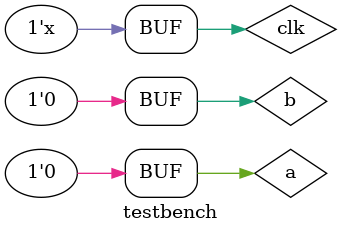
<source format=sv>
`timescale 1ns / 1ps



module testbench();


	logic a, b;
	wire out_and, out_xor;

	logic clk;


	initial begin
		clk = 0;
	end

	always begin
		#3
		clk = ~clk; // 10ns 주기의 클럭
	end


	// assign a = 8'b0101_0000; // hex = 0x50
	// assign b = 8'h50;
	// assign c = 8'd80;

/*
	logic d_ff;
	logic e_ff;
	logic f_ff;

	


	assign a = d_ff & e_ff;
	assign b = 1;
	assign c = 0;


	



	initial begin
		d_ff = b;
		e_ff = 0;
		f_ff = 0;

		#5
		e_ff = 1;
	end


	always @(posedge clk) begin
		f_ff = d_ff & e_ff; 
	end
*/


initial begin
	a = 0;
	b = 0;

	#5
	a = 0;
	b = 1;

	#5
	a = 1;
	b = 0;

	#5
	a = 1;
	b = 1;

	#5
	a = 0;
	b = 0;
end 


// and_gate dut_and (
// 	 .a(a)
// 	,.b(b)
// 	,.out(out_and)
// );

// xor_gate dut_xor (
// 	 .a(a)
// 	,.b(b)
// 	,.out(out_xor)
// );


wire sum, carry;


half_adder ha_inst(
	.a(a), 
	.b(b),
	.sum(sum), 
	.carry(carry)
);



endmodule

</source>
